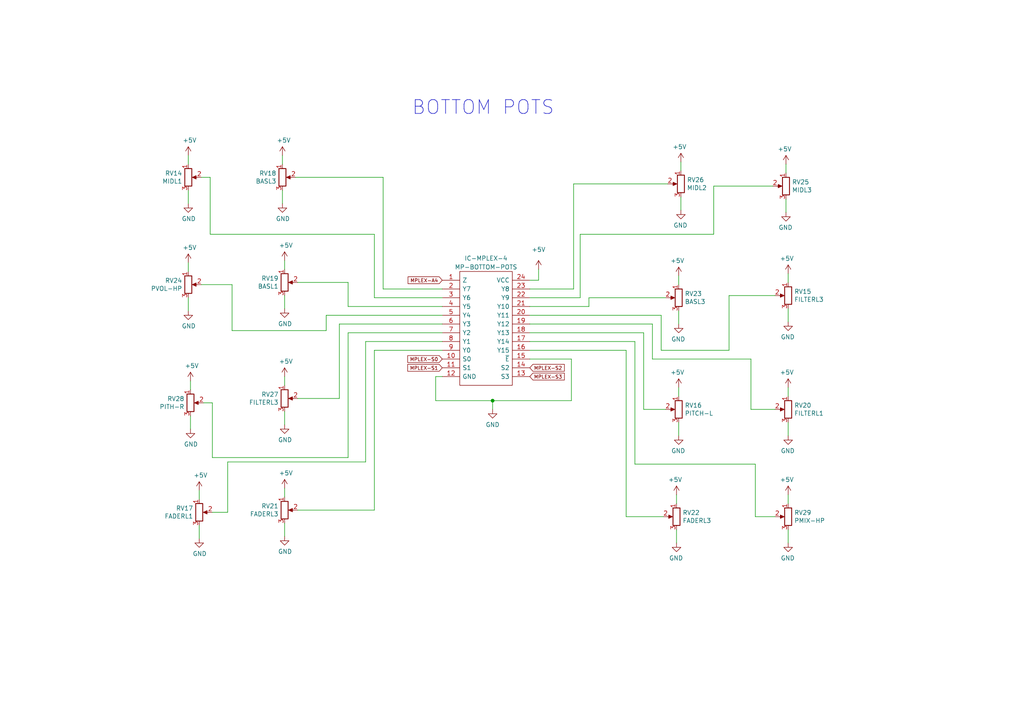
<source format=kicad_sch>
(kicad_sch (version 20210615) (generator eeschema)
  (paper "A4")
  (lib_symbols
    (symbol "Device:R_Potentiometer" (pin_names (offset 1.016) hide)
      (property "Reference" "RV" (at -4.445 0 90))
      (property "Value" "R_Potentiometer" (at -2.54 0 90))
      (symbol "R_Potentiometer_0_1"
        (rectangle (start 1.016 2.54) (end -1.016 -2.54) (stroke (width 0.254)))
        (polyline (pts (xy 2.54 0) (xy 1.524 0)))
        (polyline (pts (xy 1.143 0) (xy 2.286 0.508) (xy 2.286 -0.508) (xy 1.143 0)) (fill (type outline)))
      )
      (symbol "R_Potentiometer_1_1"
        (pin passive line (at 0 3.81 270) (length 1.27) (name "1") (number "1"))
        (pin passive line (at 3.81 0 180) (length 1.27) (name "2") (number "2"))
        (pin passive line (at 0 -3.81 90) (length 1.27) (name "3") (number "3"))
      )
    )
    (symbol "mixduino-mk2:74HC4067D,653" (pin_names (offset 0.762))
      (property "Reference" "IC-POTS-1" (at 12.7 6.35 0))
      (property "Value" "74HC4067D,653" (at 12.7 3.81 0))
      (symbol "74HC4067D,653_0_0"
        (pin passive line (at 0 0 0) (length 5.08) (name "Z") (number "1"))
        (pin passive line (at 0 -22.86 0) (length 5.08) (name "S0") (number "10"))
        (pin passive line (at 0 -25.4 0) (length 5.08) (name "S1") (number "11"))
        (pin passive line (at 0 -27.94 0) (length 5.08) (name "GND") (number "12"))
        (pin passive line (at 25.4 -27.94 180) (length 5.08) (name "S3") (number "13"))
        (pin passive line (at 25.4 -25.4 180) (length 5.08) (name "S2") (number "14"))
        (pin passive line (at 25.4 -22.86 180) (length 5.08) (name "~{E}") (number "15"))
        (pin passive line (at 25.4 -20.32 180) (length 5.08) (name "Y15") (number "16"))
        (pin passive line (at 25.4 -17.78 180) (length 5.08) (name "Y14") (number "17"))
        (pin passive line (at 25.4 -15.24 180) (length 5.08) (name "Y13") (number "18"))
        (pin passive line (at 25.4 -12.7 180) (length 5.08) (name "Y12") (number "19"))
        (pin passive line (at 0 -2.54 0) (length 5.08) (name "Y7") (number "2"))
        (pin passive line (at 25.4 -10.16 180) (length 5.08) (name "Y11") (number "20"))
        (pin passive line (at 25.4 -7.62 180) (length 5.08) (name "Y10") (number "21"))
        (pin passive line (at 25.4 -5.08 180) (length 5.08) (name "Y9") (number "22"))
        (pin passive line (at 25.4 -2.54 180) (length 5.08) (name "Y8") (number "23"))
        (pin passive line (at 25.4 0 180) (length 5.08) (name "VCC") (number "24"))
        (pin passive line (at 0 -5.08 0) (length 5.08) (name "Y6") (number "3"))
        (pin passive line (at 0 -7.62 0) (length 5.08) (name "Y5") (number "4"))
        (pin passive line (at 0 -10.16 0) (length 5.08) (name "Y4") (number "5"))
        (pin passive line (at 0 -12.7 0) (length 5.08) (name "Y3") (number "6"))
        (pin passive line (at 0 -15.24 0) (length 5.08) (name "Y2") (number "7"))
        (pin passive line (at 0 -17.78 0) (length 5.08) (name "Y1") (number "8"))
        (pin passive line (at 0 -20.32 0) (length 5.08) (name "Y0") (number "9"))
      )
      (symbol "74HC4067D,653_0_1"
        (polyline (pts (xy 5.08 2.54) (xy 20.32 2.54) (xy 20.32 -30.48) (xy 5.08 -30.48) (xy 5.08 2.54)) (stroke (width 0.1524)))
      )
    )
    (symbol "power:+5V" (power) (pin_names (offset 0))
      (property "Value" "+5V" (at 0 3.556 0))
      (symbol "+5V_0_1"
        (polyline (pts (xy -0.762 1.27) (xy 0 2.54)))
        (polyline (pts (xy 0 0) (xy 0 2.54)))
        (polyline (pts (xy 0 2.54) (xy 0.762 1.27)))
      )
      (symbol "+5V_1_1"
        (pin power_in line (at 0 0 90) (length 0) hide (name "+5V") (number "1"))
      )
    )
    (symbol "power:GND" (power) (pin_names (offset 0))
      (property "Value" "GND" (at 0 -3.81 0))
      (symbol "GND_0_1"
        (polyline (pts (xy 0 0) (xy 0 -1.27) (xy 1.27 -1.27) (xy 0 -2.54) (xy -1.27 -1.27) (xy 0 -1.27)))
      )
      (symbol "GND_1_1"
        (pin power_in line (at 0 0 270) (length 0) hide (name "GND") (number "1"))
      )
    )
  )
  (junction (at 142.875 116.205) (diameter 0.9144))
  (wire (pts (xy 54.61 45.085) (xy 54.61 47.625)))
  (wire (pts (xy 54.61 59.055) (xy 54.61 55.245)))
  (wire (pts (xy 54.61 76.2) (xy 54.61 78.74)))
  (wire (pts (xy 54.61 90.17) (xy 54.61 86.36)))
  (wire (pts (xy 55.245 110.49) (xy 55.245 113.03)))
  (wire (pts (xy 55.245 124.46) (xy 55.245 120.65)))
  (wire (pts (xy 57.785 142.24) (xy 57.785 144.78)))
  (wire (pts (xy 57.785 156.21) (xy 57.785 152.4)))
  (wire (pts (xy 58.42 51.435) (xy 60.96 51.435)))
  (wire (pts (xy 58.42 82.55) (xy 67.31 82.55)))
  (wire (pts (xy 59.055 116.84) (xy 61.595 116.84)))
  (wire (pts (xy 60.96 67.945) (xy 60.96 51.435)))
  (wire (pts (xy 61.595 116.84) (xy 61.595 132.715)))
  (wire (pts (xy 61.595 132.715) (xy 100.965 132.715)))
  (wire (pts (xy 61.595 148.59) (xy 66.04 148.59)))
  (wire (pts (xy 66.04 133.985) (xy 106.045 133.985)))
  (wire (pts (xy 66.04 148.59) (xy 66.04 133.985)))
  (wire (pts (xy 67.31 95.885) (xy 67.31 82.55)))
  (wire (pts (xy 81.915 45.085) (xy 81.915 47.625)))
  (wire (pts (xy 81.915 59.055) (xy 81.915 55.245)))
  (wire (pts (xy 82.55 75.565) (xy 82.55 78.105)))
  (wire (pts (xy 82.55 89.535) (xy 82.55 85.725)))
  (wire (pts (xy 82.55 109.22) (xy 82.55 111.76)))
  (wire (pts (xy 82.55 123.19) (xy 82.55 119.38)))
  (wire (pts (xy 82.55 141.605) (xy 82.55 144.145)))
  (wire (pts (xy 82.55 155.575) (xy 82.55 151.765)))
  (wire (pts (xy 85.725 51.435) (xy 111.125 51.435)))
  (wire (pts (xy 86.36 81.915) (xy 100.965 81.915)))
  (wire (pts (xy 86.36 115.57) (xy 98.425 115.57)))
  (wire (pts (xy 86.36 147.955) (xy 108.585 147.955)))
  (wire (pts (xy 94.615 91.44) (xy 94.615 95.885)))
  (wire (pts (xy 94.615 95.885) (xy 67.31 95.885)))
  (wire (pts (xy 98.425 93.98) (xy 98.425 115.57)))
  (wire (pts (xy 100.965 88.9) (xy 100.965 81.915)))
  (wire (pts (xy 100.965 96.52) (xy 128.27 96.52)))
  (wire (pts (xy 100.965 132.715) (xy 100.965 96.52)))
  (wire (pts (xy 106.045 99.06) (xy 128.27 99.06)))
  (wire (pts (xy 106.045 133.985) (xy 106.045 99.06)))
  (wire (pts (xy 108.585 67.945) (xy 60.96 67.945)))
  (wire (pts (xy 108.585 86.36) (xy 108.585 67.945)))
  (wire (pts (xy 108.585 101.6) (xy 108.585 147.955)))
  (wire (pts (xy 111.125 51.435) (xy 111.125 83.82)))
  (wire (pts (xy 126.365 109.22) (xy 126.365 116.205)))
  (wire (pts (xy 126.365 116.205) (xy 142.875 116.205)))
  (wire (pts (xy 128.27 83.82) (xy 111.125 83.82)))
  (wire (pts (xy 128.27 86.36) (xy 108.585 86.36)))
  (wire (pts (xy 128.27 88.9) (xy 100.965 88.9)))
  (wire (pts (xy 128.27 91.44) (xy 94.615 91.44)))
  (wire (pts (xy 128.27 93.98) (xy 98.425 93.98)))
  (wire (pts (xy 128.27 101.6) (xy 108.585 101.6)))
  (wire (pts (xy 128.27 109.22) (xy 126.365 109.22)))
  (wire (pts (xy 142.875 116.205) (xy 165.735 116.205)))
  (wire (pts (xy 142.875 118.745) (xy 142.875 116.205)))
  (wire (pts (xy 153.67 83.82) (xy 166.37 83.82)))
  (wire (pts (xy 153.67 88.9) (xy 170.815 88.9)))
  (wire (pts (xy 153.67 91.44) (xy 191.77 91.44)))
  (wire (pts (xy 153.67 93.98) (xy 189.23 93.98)))
  (wire (pts (xy 153.67 96.52) (xy 186.69 96.52)))
  (wire (pts (xy 153.67 99.06) (xy 184.15 99.06)))
  (wire (pts (xy 153.67 104.14) (xy 165.735 104.14)))
  (wire (pts (xy 156.21 78.105) (xy 156.21 81.28)))
  (wire (pts (xy 156.21 81.28) (xy 153.67 81.28)))
  (wire (pts (xy 165.735 104.14) (xy 165.735 116.205)))
  (wire (pts (xy 166.37 53.34) (xy 193.675 53.34)))
  (wire (pts (xy 166.37 83.82) (xy 166.37 53.34)))
  (wire (pts (xy 168.275 67.945) (xy 168.275 86.36)))
  (wire (pts (xy 168.275 86.36) (xy 153.67 86.36)))
  (wire (pts (xy 170.815 86.36) (xy 170.815 88.9)))
  (wire (pts (xy 170.815 86.36) (xy 193.04 86.36)))
  (wire (pts (xy 181.61 101.6) (xy 153.67 101.6)))
  (wire (pts (xy 181.61 149.86) (xy 181.61 101.6)))
  (wire (pts (xy 181.61 149.86) (xy 192.405 149.86)))
  (wire (pts (xy 184.15 99.06) (xy 184.15 134.62)))
  (wire (pts (xy 184.15 134.62) (xy 219.075 134.62)))
  (wire (pts (xy 186.69 96.52) (xy 186.69 118.745)))
  (wire (pts (xy 186.69 118.745) (xy 193.04 118.745)))
  (wire (pts (xy 189.23 93.98) (xy 189.23 104.14)))
  (wire (pts (xy 189.23 104.14) (xy 217.805 104.14)))
  (wire (pts (xy 191.77 91.44) (xy 191.77 101.6)))
  (wire (pts (xy 191.77 101.6) (xy 211.455 101.6)))
  (wire (pts (xy 196.215 143.51) (xy 196.215 146.05)))
  (wire (pts (xy 196.215 157.48) (xy 196.215 153.67)))
  (wire (pts (xy 196.85 80.01) (xy 196.85 82.55)))
  (wire (pts (xy 196.85 93.98) (xy 196.85 90.17)))
  (wire (pts (xy 196.85 112.395) (xy 196.85 114.935)))
  (wire (pts (xy 196.85 126.365) (xy 196.85 122.555)))
  (wire (pts (xy 197.485 46.99) (xy 197.485 49.53)))
  (wire (pts (xy 197.485 60.96) (xy 197.485 57.15)))
  (wire (pts (xy 207.01 53.975) (xy 207.01 67.945)))
  (wire (pts (xy 207.01 53.975) (xy 224.155 53.975)))
  (wire (pts (xy 207.01 67.945) (xy 168.275 67.945)))
  (wire (pts (xy 211.455 85.725) (xy 224.79 85.725)))
  (wire (pts (xy 211.455 101.6) (xy 211.455 85.725)))
  (wire (pts (xy 217.805 104.14) (xy 217.805 118.745)))
  (wire (pts (xy 217.805 118.745) (xy 224.79 118.745)))
  (wire (pts (xy 219.075 134.62) (xy 219.075 149.86)))
  (wire (pts (xy 219.075 149.86) (xy 224.79 149.86)))
  (wire (pts (xy 227.965 47.625) (xy 227.965 50.165)))
  (wire (pts (xy 227.965 61.595) (xy 227.965 57.785)))
  (wire (pts (xy 228.6 79.375) (xy 228.6 81.915)))
  (wire (pts (xy 228.6 93.345) (xy 228.6 89.535)))
  (wire (pts (xy 228.6 112.395) (xy 228.6 114.935)))
  (wire (pts (xy 228.6 126.365) (xy 228.6 122.555)))
  (wire (pts (xy 228.6 143.51) (xy 228.6 146.05)))
  (wire (pts (xy 228.6 157.48) (xy 228.6 153.67)))
  (text "BOTTOM POTS" (at 119.38 33.655 0) (effects (font (size 4.016 4.016)) (justify left bottom)))
  (global_label "MPLEX-A4" (shape input) (at 128.27 81.28 180) (effects (font (size 1.016 1.016))) (property "Intersheet References" "${INTERSHEET_REFS}" (effects hide)))
  (global_label "MPLEX-S0" (shape input) (at 128.27 104.14 180) (effects (font (size 1.016 1.016))) (property "Intersheet References" "${INTERSHEET_REFS}" (effects hide)))
  (global_label "MPLEX-S1" (shape input) (at 128.27 106.68 180) (effects (font (size 1.016 1.016))) (property "Intersheet References" "${INTERSHEET_REFS}" (effects hide)))
  (global_label "MPLEX-S2" (shape input) (at 153.67 106.68 0) (effects (font (size 1.016 1.016))) (property "Intersheet References" "${INTERSHEET_REFS}" (effects hide)))
  (global_label "MPLEX-S3" (shape input) (at 153.67 109.22 0) (effects (font (size 1.016 1.016))) (property "Intersheet References" "${INTERSHEET_REFS}" (effects hide)))
  (symbol (lib_id "power:+5V") (at 54.61 45.085 0) (unit 1)
    (property "Reference" "#PWR070" (effects hide))
    (property "Value" "+5V" (at 54.991 40.6908 0))
  )
  (symbol (lib_id "power:+5V") (at 54.61 76.2 0) (unit 1)
    (property "Reference" "#PWR072" (effects hide))
    (property "Value" "+5V" (at 54.991 71.8058 0))
  )
  (symbol (lib_id "power:+5V") (at 55.245 110.49 0) (unit 1)
    (property "Reference" "#PWR074" (effects hide))
    (property "Value" "+5V" (at 55.626 106.0958 0))
  )
  (symbol (lib_id "power:+5V") (at 57.785 142.24 0) (unit 1)
    (property "Reference" "#PWR076" (effects hide))
    (property "Value" "+5V" (at 58.166 137.8458 0))
  )
  (symbol (lib_id "power:+5V") (at 81.915 45.085 0) (unit 1)
    (property "Reference" "#PWR078" (effects hide))
    (property "Value" "+5V" (at 82.296 40.6908 0))
  )
  (symbol (lib_id "power:+5V") (at 82.55 75.565 0) (unit 1)
    (property "Reference" "#PWR080" (effects hide))
    (property "Value" "+5V" (at 82.931 71.1708 0))
  )
  (symbol (lib_id "power:+5V") (at 82.55 109.22 0) (unit 1)
    (property "Reference" "#PWR082" (effects hide))
    (property "Value" "+5V" (at 82.931 104.8258 0))
  )
  (symbol (lib_id "power:+5V") (at 82.55 141.605 0) (unit 1)
    (property "Reference" "#PWR084" (effects hide))
    (property "Value" "+5V" (at 82.931 137.2108 0))
  )
  (symbol (lib_id "power:+5V") (at 156.21 78.105 0) (unit 1)
    (property "Reference" "#PWR087" (effects hide))
    (property "Value" "+5V" (at 156.21 72.39 0))
  )
  (symbol (lib_id "power:+5V") (at 196.215 143.51 0) (mirror y) (unit 1)
    (property "Reference" "#PWR088" (effects hide))
    (property "Value" "+5V" (at 195.834 139.1158 0))
  )
  (symbol (lib_id "power:+5V") (at 196.85 80.01 0) (mirror y) (unit 1)
    (property "Reference" "#PWR090" (effects hide))
    (property "Value" "+5V" (at 196.469 75.6158 0))
  )
  (symbol (lib_id "power:+5V") (at 196.85 112.395 0) (mirror y) (unit 1)
    (property "Reference" "#PWR092" (effects hide))
    (property "Value" "+5V" (at 196.469 108.0008 0))
  )
  (symbol (lib_id "power:+5V") (at 197.485 46.99 0) (mirror y) (unit 1)
    (property "Reference" "#PWR094" (effects hide))
    (property "Value" "+5V" (at 197.104 42.5958 0))
  )
  (symbol (lib_id "power:+5V") (at 227.965 47.625 0) (mirror y) (unit 1)
    (property "Reference" "#PWR096" (effects hide))
    (property "Value" "+5V" (at 227.584 43.2308 0))
  )
  (symbol (lib_id "power:+5V") (at 228.6 79.375 0) (mirror y) (unit 1)
    (property "Reference" "#PWR098" (effects hide))
    (property "Value" "+5V" (at 228.219 74.9808 0))
  )
  (symbol (lib_id "power:+5V") (at 228.6 112.395 0) (mirror y) (unit 1)
    (property "Reference" "#PWR0100" (effects hide))
    (property "Value" "+5V" (at 228.219 108.0008 0))
  )
  (symbol (lib_id "power:+5V") (at 228.6 143.51 0) (mirror y) (unit 1)
    (property "Reference" "#PWR0102" (effects hide))
    (property "Value" "+5V" (at 228.219 139.1158 0))
  )
  (symbol (lib_id "power:GND") (at 54.61 59.055 0) (unit 1)
    (property "Reference" "#PWR071" (effects hide))
    (property "Value" "GND" (at 54.737 63.4492 0))
  )
  (symbol (lib_id "power:GND") (at 54.61 90.17 0) (unit 1)
    (property "Reference" "#PWR073" (effects hide))
    (property "Value" "GND" (at 54.737 94.5642 0))
  )
  (symbol (lib_id "power:GND") (at 55.245 124.46 0) (unit 1)
    (property "Reference" "#PWR075" (effects hide))
    (property "Value" "GND" (at 55.372 128.8542 0))
  )
  (symbol (lib_id "power:GND") (at 57.785 156.21 0) (unit 1)
    (property "Reference" "#PWR077" (effects hide))
    (property "Value" "GND" (at 57.912 160.6042 0))
  )
  (symbol (lib_id "power:GND") (at 81.915 59.055 0) (unit 1)
    (property "Reference" "#PWR079" (effects hide))
    (property "Value" "GND" (at 82.042 63.4492 0))
  )
  (symbol (lib_id "power:GND") (at 82.55 89.535 0) (unit 1)
    (property "Reference" "#PWR081" (effects hide))
    (property "Value" "GND" (at 82.677 93.9292 0))
  )
  (symbol (lib_id "power:GND") (at 82.55 123.19 0) (unit 1)
    (property "Reference" "#PWR083" (effects hide))
    (property "Value" "GND" (at 82.677 127.5842 0))
  )
  (symbol (lib_id "power:GND") (at 82.55 155.575 0) (unit 1)
    (property "Reference" "#PWR085" (effects hide))
    (property "Value" "GND" (at 82.677 159.9692 0))
  )
  (symbol (lib_id "power:GND") (at 142.875 118.745 0) (unit 1)
    (property "Reference" "#PWR086" (effects hide))
    (property "Value" "GND" (at 142.875 123.19 0))
  )
  (symbol (lib_id "power:GND") (at 196.215 157.48 0) (mirror y) (unit 1)
    (property "Reference" "#PWR089" (effects hide))
    (property "Value" "GND" (at 196.088 161.8742 0))
  )
  (symbol (lib_id "power:GND") (at 196.85 93.98 0) (mirror y) (unit 1)
    (property "Reference" "#PWR091" (effects hide))
    (property "Value" "GND" (at 196.723 98.3742 0))
  )
  (symbol (lib_id "power:GND") (at 196.85 126.365 0) (mirror y) (unit 1)
    (property "Reference" "#PWR093" (effects hide))
    (property "Value" "GND" (at 196.723 130.7592 0))
  )
  (symbol (lib_id "power:GND") (at 197.485 60.96 0) (mirror y) (unit 1)
    (property "Reference" "#PWR095" (effects hide))
    (property "Value" "GND" (at 197.358 65.3542 0))
  )
  (symbol (lib_id "power:GND") (at 227.965 61.595 0) (mirror y) (unit 1)
    (property "Reference" "#PWR097" (effects hide))
    (property "Value" "GND" (at 227.838 65.9892 0))
  )
  (symbol (lib_id "power:GND") (at 228.6 93.345 0) (mirror y) (unit 1)
    (property "Reference" "#PWR099" (effects hide))
    (property "Value" "GND" (at 228.473 97.7392 0))
  )
  (symbol (lib_id "power:GND") (at 228.6 126.365 0) (mirror y) (unit 1)
    (property "Reference" "#PWR0101" (effects hide))
    (property "Value" "GND" (at 228.473 130.7592 0))
  )
  (symbol (lib_id "power:GND") (at 228.6 157.48 0) (mirror y) (unit 1)
    (property "Reference" "#PWR0103" (effects hide))
    (property "Value" "GND" (at 228.473 161.8742 0))
  )
  (symbol (lib_id "Device:R_Potentiometer") (at 54.61 51.435 0) (unit 1)
    (property "Reference" "RV14" (at 52.8574 50.2666 0) (effects (justify right)))
    (property "Value" "MIDL1" (at 52.8574 52.578 0) (effects (justify right)))
    (property "Footprint" "Library:Potentiometer_Bourns_PTV09A-1_Single_Vertical" (effects hide))
  )
  (symbol (lib_id "Device:R_Potentiometer") (at 54.61 82.55 0) (unit 1)
    (property "Reference" "RV24" (at 52.8574 81.3816 0) (effects (justify right)))
    (property "Value" "PVOL-HP" (at 52.8574 83.693 0) (effects (justify right)))
    (property "Footprint" "Library:Potentiometer_Bourns_PTV09A-1_Single_Vertical" (effects hide))
  )
  (symbol (lib_id "Device:R_Potentiometer") (at 55.245 116.84 0) (unit 1)
    (property "Reference" "RV28" (at 53.4924 115.6716 0) (effects (justify right)))
    (property "Value" "PITH-R" (at 53.4924 117.983 0) (effects (justify right)))
    (property "Footprint" "Library:fader-L75" (effects hide))
  )
  (symbol (lib_id "Device:R_Potentiometer") (at 57.785 148.59 0) (unit 1)
    (property "Reference" "RV17" (at 56.0324 147.4216 0) (effects (justify right)))
    (property "Value" "FADERL1" (at 56.0324 149.733 0) (effects (justify right)))
    (property "Footprint" "Library:fader-L60" (effects hide))
  )
  (symbol (lib_id "Device:R_Potentiometer") (at 81.915 51.435 0) (unit 1)
    (property "Reference" "RV18" (at 80.1624 50.2666 0) (effects (justify right)))
    (property "Value" "BASL3" (at 80.1624 52.578 0) (effects (justify right)))
    (property "Footprint" "Library:Potentiometer_Bourns_PTV09A-1_Single_Vertical" (effects hide))
  )
  (symbol (lib_id "Device:R_Potentiometer") (at 82.55 81.915 0) (unit 1)
    (property "Reference" "RV19" (at 80.7974 80.7466 0) (effects (justify right)))
    (property "Value" "BASL1" (at 80.7974 83.058 0) (effects (justify right)))
    (property "Footprint" "Library:Potentiometer_Bourns_PTV09A-1_Single_Vertical" (effects hide))
  )
  (symbol (lib_id "Device:R_Potentiometer") (at 82.55 115.57 0) (unit 1)
    (property "Reference" "RV27" (at 80.7974 114.4016 0) (effects (justify right)))
    (property "Value" "FILTERL3" (at 80.7974 116.713 0) (effects (justify right)))
    (property "Footprint" "Library:Potentiometer_Bourns_PTV09A-1_Single_Vertical" (effects hide))
  )
  (symbol (lib_id "Device:R_Potentiometer") (at 82.55 147.955 0) (unit 1)
    (property "Reference" "RV21" (at 80.7974 146.7866 0) (effects (justify right)))
    (property "Value" "FADERL3" (at 80.7974 149.098 0) (effects (justify right)))
    (property "Footprint" "Library:fader-L60" (effects hide))
  )
  (symbol (lib_id "Device:R_Potentiometer") (at 196.215 149.86 0) (mirror y) (unit 1)
    (property "Reference" "RV22" (at 197.9676 148.6916 0) (effects (justify right)))
    (property "Value" "FADERL3" (at 197.9676 151.003 0) (effects (justify right)))
    (property "Footprint" "Library:fader-L60" (effects hide))
  )
  (symbol (lib_id "Device:R_Potentiometer") (at 196.85 86.36 0) (mirror y) (unit 1)
    (property "Reference" "RV23" (at 198.6026 85.1916 0) (effects (justify right)))
    (property "Value" "BASL3" (at 198.6026 87.503 0) (effects (justify right)))
    (property "Footprint" "Library:Potentiometer_Bourns_PTV09A-1_Single_Vertical" (effects hide))
  )
  (symbol (lib_id "Device:R_Potentiometer") (at 196.85 118.745 0) (mirror y) (unit 1)
    (property "Reference" "RV16" (at 198.6026 117.5766 0) (effects (justify right)))
    (property "Value" "PITCH-L" (at 198.6026 119.888 0) (effects (justify right)))
    (property "Footprint" "Library:fader-L75" (effects hide))
  )
  (symbol (lib_id "Device:R_Potentiometer") (at 197.485 53.34 0) (mirror y) (unit 1)
    (property "Reference" "RV26" (at 199.2376 52.1716 0) (effects (justify right)))
    (property "Value" "MIDL2" (at 199.2376 54.483 0) (effects (justify right)))
    (property "Footprint" "Library:Potentiometer_Bourns_PTV09A-1_Single_Vertical" (effects hide))
  )
  (symbol (lib_id "Device:R_Potentiometer") (at 227.965 53.975 0) (mirror y) (unit 1)
    (property "Reference" "RV25" (at 229.7176 52.8066 0) (effects (justify right)))
    (property "Value" "MIDL3" (at 229.7176 55.118 0) (effects (justify right)))
    (property "Footprint" "Library:Potentiometer_Bourns_PTV09A-1_Single_Vertical" (effects hide))
  )
  (symbol (lib_id "Device:R_Potentiometer") (at 228.6 85.725 0) (mirror y) (unit 1)
    (property "Reference" "RV15" (at 230.3526 84.5566 0) (effects (justify right)))
    (property "Value" "FILTERL3" (at 230.3526 86.868 0) (effects (justify right)))
    (property "Footprint" "Library:Potentiometer_Bourns_PTV09A-1_Single_Vertical" (effects hide))
  )
  (symbol (lib_id "Device:R_Potentiometer") (at 228.6 118.745 0) (mirror y) (unit 1)
    (property "Reference" "RV20" (at 230.3526 117.5766 0) (effects (justify right)))
    (property "Value" "FILTERL1" (at 230.3526 119.888 0) (effects (justify right)))
    (property "Footprint" "Library:Potentiometer_Bourns_PTV09A-1_Single_Vertical" (effects hide))
  )
  (symbol (lib_id "Device:R_Potentiometer") (at 228.6 149.86 0) (mirror y) (unit 1)
    (property "Reference" "RV29" (at 230.3526 148.6916 0) (effects (justify right)))
    (property "Value" "PMIX-HP" (at 230.3526 151.003 0) (effects (justify right)))
    (property "Footprint" "Library:Potentiometer_Bourns_PTV09A-1_Single_Vertical" (effects hide))
  )
  (symbol (lib_id "mixduino-mk2:74HC4067D,653") (at 128.27 81.28 0) (unit 1)
    (property "Reference" "IC-MPLEX-4" (at 140.97 74.93 0))
    (property "Value" "MP-BOTTOM-POTS" (at 140.97 77.47 0))
    (property "Footprint" "Library:SOIC-24W_7.5x15.4mm_P1.27mm" (effects hide))
    (property "Datasheet" "https://assets.nexperia.com/documents/data-sheet/74HC_HCT4067.pdf" (effects hide))
    (property "Description" "74HC(T)4067 - 16-channel analog multiplexer/demultiplexer@en-us" (effects hide))
    (property "Height" "2.65" (effects hide))
    (property "Mouser Part Number" "771-HC4067D653" (effects hide))
    (property "Mouser Price/Stock" "https://www.mouser.co.uk/ProductDetail/Nexperia/74HC4067D653/?qs=P62ublwmbi%252BFF8o5S2zq0w%3D%3D" (effects hide))
    (property "Manufacturer_Name" "Nexperia" (effects hide))
    (property "Manufacturer_Part_Number" "74HC4067D,653" (effects hide))
  )
)
</source>
